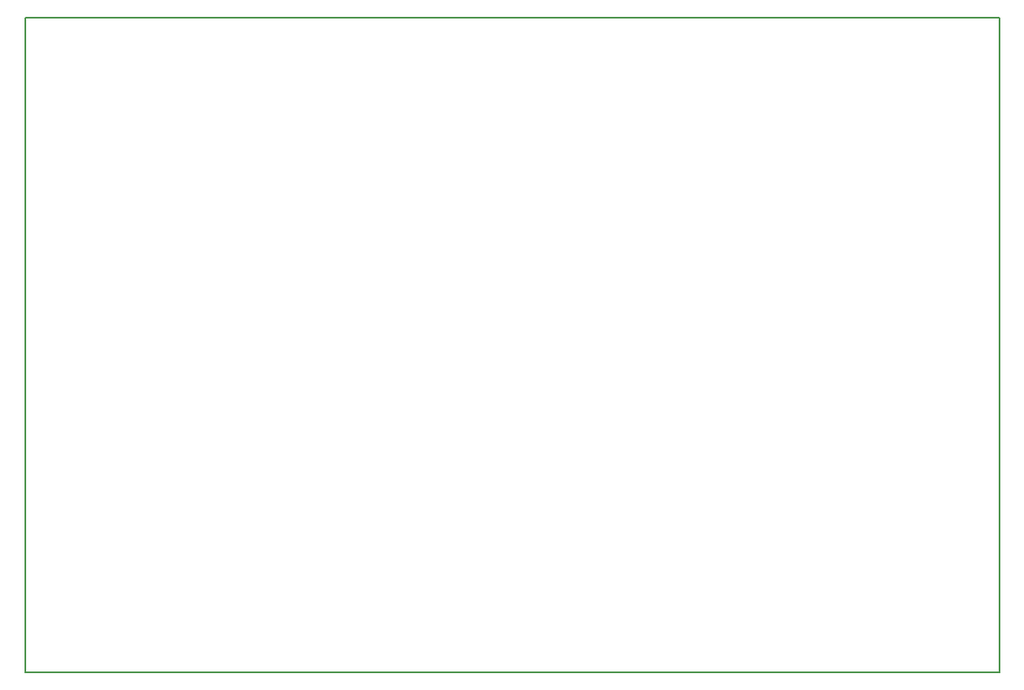
<source format=gbo>
G04 MADE WITH FRITZING*
G04 WWW.FRITZING.ORG*
G04 DOUBLE SIDED*
G04 HOLES PLATED*
G04 CONTOUR ON CENTER OF CONTOUR VECTOR*
%ASAXBY*%
%FSLAX23Y23*%
%MOIN*%
%OFA0B0*%
%SFA1.0B1.0*%
%ADD10R,3.855810X2.600060X3.839810X2.584060*%
%ADD11C,0.008000*%
%LNSILK0*%
G90*
G70*
G54D11*
X4Y2596D02*
X3852Y2596D01*
X3852Y4D01*
X4Y4D01*
X4Y2596D01*
D02*
G04 End of Silk0*
M02*
</source>
